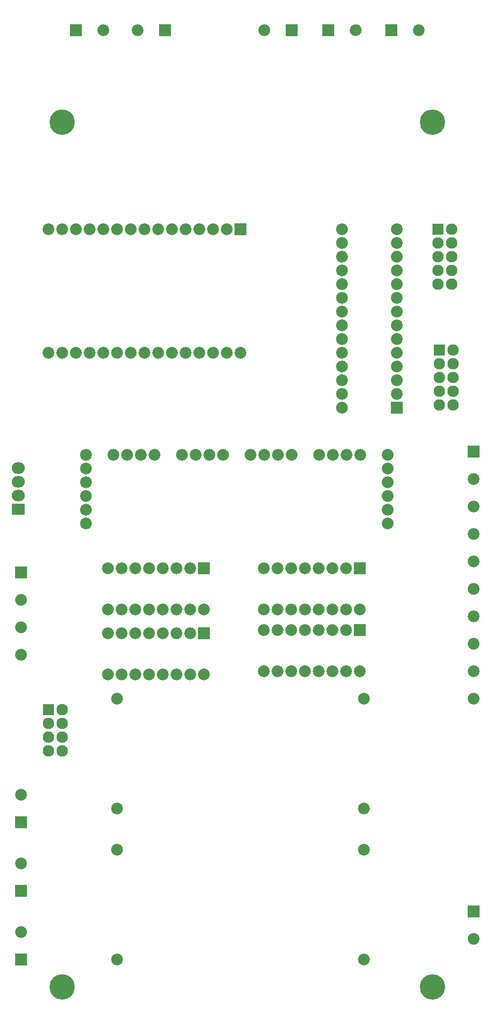
<source format=gbs>
G04 #@! TF.FileFunction,Soldermask,Bot*
%FSLAX46Y46*%
G04 Gerber Fmt 4.6, Leading zero omitted, Abs format (unit mm)*
G04 Created by KiCad (PCBNEW 4.0.3-stable) date Wednesday, August 17, 2016 'PMt' 02:01:32 PM*
%MOMM*%
%LPD*%
G01*
G04 APERTURE LIST*
%ADD10C,0.100000*%
%ADD11R,2.178000X2.178000*%
%ADD12C,2.178000*%
%ADD13C,4.700000*%
%ADD14R,2.432000X2.127200*%
%ADD15O,2.432000X2.127200*%
%ADD16R,2.127200X2.127200*%
%ADD17O,2.127200X2.127200*%
G04 APERTURE END LIST*
D10*
D11*
X90678000Y-227330000D03*
D12*
X88138000Y-227330000D03*
X85598000Y-227330000D03*
X83058000Y-227330000D03*
X80518000Y-227330000D03*
X77978000Y-227330000D03*
X75438000Y-227330000D03*
X72898000Y-227330000D03*
X72898000Y-234950000D03*
X75438000Y-234950000D03*
X77978000Y-234950000D03*
X80518000Y-234950000D03*
X83058000Y-234950000D03*
X85598000Y-234950000D03*
X88138000Y-234950000D03*
X90678000Y-234950000D03*
D13*
X35560000Y-304800000D03*
X35560000Y-144780000D03*
X104140000Y-304800000D03*
X104140000Y-144780000D03*
D11*
X68580000Y-164592000D03*
D12*
X66040000Y-164592000D03*
X63500000Y-164592000D03*
X60960000Y-164592000D03*
X58420000Y-164592000D03*
X55880000Y-164592000D03*
X53340000Y-164592000D03*
X50800000Y-164592000D03*
X48260000Y-164592000D03*
X45720000Y-164592000D03*
X43180000Y-164592000D03*
X40640000Y-164592000D03*
X38100000Y-164592000D03*
X35560000Y-164592000D03*
X33020000Y-164592000D03*
X33020000Y-187452000D03*
X35560000Y-187452000D03*
X38100000Y-187452000D03*
X40640000Y-187452000D03*
X43180000Y-187452000D03*
X45720000Y-187452000D03*
X48260000Y-187452000D03*
X50800000Y-187452000D03*
X53340000Y-187452000D03*
X55880000Y-187452000D03*
X58420000Y-187452000D03*
X60960000Y-187452000D03*
X63500000Y-187452000D03*
X66040000Y-187452000D03*
X68580000Y-187452000D03*
D11*
X27940000Y-299720000D03*
D12*
X27940000Y-294640000D03*
D11*
X84836000Y-127762000D03*
D12*
X89916000Y-127762000D03*
D11*
X78105000Y-127762000D03*
D12*
X73025000Y-127762000D03*
D11*
X54610000Y-127762000D03*
D12*
X49530000Y-127762000D03*
D11*
X27940000Y-274320000D03*
D12*
X27940000Y-269240000D03*
D11*
X27940000Y-287020000D03*
D12*
X27940000Y-281940000D03*
D11*
X38100000Y-127762000D03*
D12*
X43180000Y-127762000D03*
D11*
X96520000Y-127762000D03*
D12*
X101600000Y-127762000D03*
X45720000Y-251460000D03*
X45720000Y-271780000D03*
X91440000Y-271780000D03*
X91440000Y-251460000D03*
X95885000Y-219075000D03*
X95885000Y-216535000D03*
X95885000Y-213995000D03*
X95885000Y-211455000D03*
X95885000Y-208915000D03*
X95885000Y-206375000D03*
X90805000Y-206375000D03*
X88265000Y-206375000D03*
X85725000Y-206375000D03*
X83185000Y-206375000D03*
X78105000Y-206375000D03*
X75565000Y-206375000D03*
X73025000Y-206375000D03*
X70485000Y-206375000D03*
X65405000Y-206375000D03*
X62865000Y-206375000D03*
X60325000Y-206375000D03*
X57785000Y-206375000D03*
X52705000Y-206375000D03*
X50165000Y-206375000D03*
X47625000Y-206375000D03*
X45085000Y-206375000D03*
X40005000Y-206375000D03*
X40005000Y-208915000D03*
X40005000Y-211455000D03*
X40005000Y-213995000D03*
X40005000Y-216535000D03*
X40005000Y-219075000D03*
X45720000Y-279400000D03*
X45720000Y-299720000D03*
X91440000Y-299720000D03*
X91440000Y-279400000D03*
D14*
X27432000Y-216408000D03*
D15*
X27432000Y-213868000D03*
X27432000Y-211328000D03*
X27432000Y-208788000D03*
D11*
X27940000Y-228092000D03*
D12*
X27940000Y-233172000D03*
X27940000Y-238252000D03*
X27940000Y-243332000D03*
D16*
X105410000Y-186944000D03*
D17*
X107950000Y-186944000D03*
X105410000Y-189484000D03*
X107950000Y-189484000D03*
X105410000Y-192024000D03*
X107950000Y-192024000D03*
X105410000Y-194564000D03*
X107950000Y-194564000D03*
X105410000Y-197104000D03*
X107950000Y-197104000D03*
D16*
X105156000Y-164592000D03*
D17*
X107696000Y-164592000D03*
X105156000Y-167132000D03*
X107696000Y-167132000D03*
X105156000Y-169672000D03*
X107696000Y-169672000D03*
X105156000Y-172212000D03*
X107696000Y-172212000D03*
X105156000Y-174752000D03*
X107696000Y-174752000D03*
D16*
X33020000Y-253492000D03*
D17*
X35560000Y-253492000D03*
X33020000Y-256032000D03*
X35560000Y-256032000D03*
X33020000Y-258572000D03*
X35560000Y-258572000D03*
X33020000Y-261112000D03*
X35560000Y-261112000D03*
D11*
X90678000Y-238760000D03*
D12*
X88138000Y-238760000D03*
X85598000Y-238760000D03*
X83058000Y-238760000D03*
X80518000Y-238760000D03*
X77978000Y-238760000D03*
X75438000Y-238760000D03*
X72898000Y-238760000D03*
X72898000Y-246380000D03*
X75438000Y-246380000D03*
X77978000Y-246380000D03*
X80518000Y-246380000D03*
X83058000Y-246380000D03*
X85598000Y-246380000D03*
X88138000Y-246380000D03*
X90678000Y-246380000D03*
D11*
X61849000Y-227330000D03*
D12*
X59309000Y-227330000D03*
X56769000Y-227330000D03*
X54229000Y-227330000D03*
X51689000Y-227330000D03*
X49149000Y-227330000D03*
X46609000Y-227330000D03*
X44069000Y-227330000D03*
X44069000Y-234950000D03*
X46609000Y-234950000D03*
X49149000Y-234950000D03*
X51689000Y-234950000D03*
X54229000Y-234950000D03*
X56769000Y-234950000D03*
X59309000Y-234950000D03*
X61849000Y-234950000D03*
D11*
X61849000Y-239395000D03*
D12*
X59309000Y-239395000D03*
X56769000Y-239395000D03*
X54229000Y-239395000D03*
X51689000Y-239395000D03*
X49149000Y-239395000D03*
X46609000Y-239395000D03*
X44069000Y-239395000D03*
X44069000Y-247015000D03*
X46609000Y-247015000D03*
X49149000Y-247015000D03*
X51689000Y-247015000D03*
X54229000Y-247015000D03*
X56769000Y-247015000D03*
X59309000Y-247015000D03*
X61849000Y-247015000D03*
D11*
X97536000Y-197612000D03*
D12*
X97536000Y-195072000D03*
X97536000Y-192532000D03*
X97536000Y-189992000D03*
X97536000Y-187452000D03*
X97536000Y-184912000D03*
X97536000Y-182372000D03*
X97536000Y-179832000D03*
X97536000Y-177292000D03*
X97536000Y-174752000D03*
X97536000Y-172212000D03*
X97536000Y-169672000D03*
X97536000Y-167132000D03*
X97536000Y-164592000D03*
X87376000Y-164592000D03*
X87376000Y-167132000D03*
X87376000Y-169672000D03*
X87376000Y-172212000D03*
X87376000Y-174752000D03*
X87376000Y-177292000D03*
X87376000Y-179832000D03*
X87376000Y-182372000D03*
X87376000Y-184912000D03*
X87376000Y-187452000D03*
X87376000Y-189992000D03*
X87376000Y-192532000D03*
X87376000Y-195072000D03*
X87376000Y-197612000D03*
D11*
X111760000Y-290830000D03*
D12*
X111760000Y-295910000D03*
D11*
X111760000Y-205740000D03*
D12*
X111760000Y-210820000D03*
X111760000Y-215900000D03*
X111760000Y-220980000D03*
X111760000Y-226060000D03*
X111760000Y-231140000D03*
X111760000Y-236220000D03*
X111760000Y-241300000D03*
X111760000Y-246380000D03*
X111760000Y-251460000D03*
M02*

</source>
